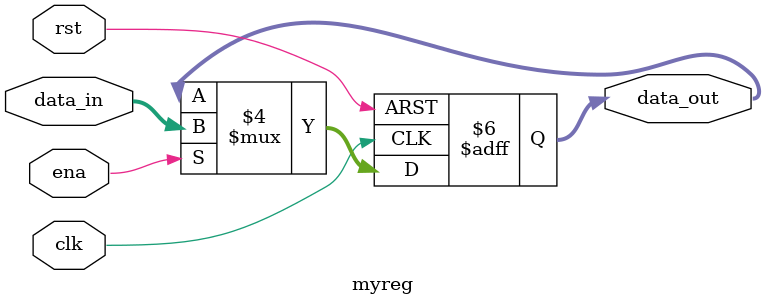
<source format=v>
`timescale 1ns / 1ps
module myreg #(parameter init = 32'h00000000)(//¼Ä´æÆ÷³õÊ¼ÖµÎª0
    input clk,//ÉÏÉýÑØÎªPC¼Ä´æÆ÷¸³Öµ
    input rst,//Òì²½ÖØÖÃ ¸ßµçÆ½ÇåÁã
            //µ±enaÎÞÐ§Ê±£¬rstÒ²¿ÉÒÔÖØÖÃ¼Ä´æÆ÷
    input ena,//ÓÐÐ§ÐÅºÅ¸ßµçÆ½ ´ËÊ±PC¼Ä´æÆ÷¶ÁÈëdata_in µÄÖµ£¬·ñÔò±£³ÖÔ­ÓÐÊä³ö
    input [31:0] data_in,//ËùÓÐÊý¾Ý´æÈë¼Ä´æÆ÷ÄÚ²¿
    output reg [31:0] data_out//ÄÚ²¿´æ´¢µÄÖµ ¹¤×÷Ê±×÷ÎªÊä³ö
    );
    always @ (negedge clk or posedge rst)
    begin
        if(rst==1'b1)
            data_out<=init;
        else if(ena==1'b1)
            data_out<=data_in;
    end
endmodule

</source>
